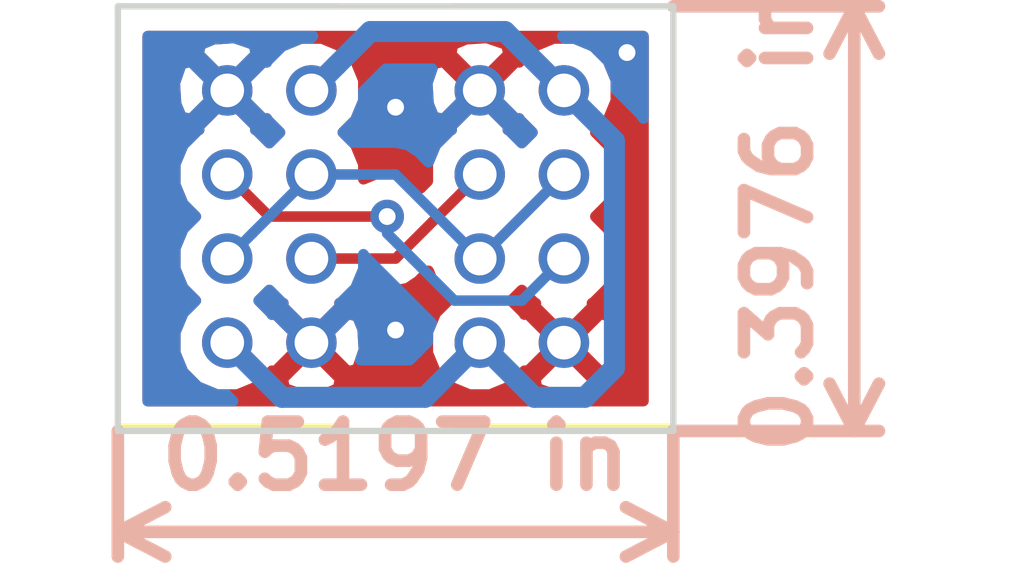
<source format=kicad_pcb>
(kicad_pcb (version 20171130) (host pcbnew "(5.0.1-3-g963ef8bb5)")

  (general
    (thickness 1.6)
    (drawings 6)
    (tracks 30)
    (zones 0)
    (modules 2)
    (nets 6)
  )

  (page A4)
  (layers
    (0 F.Cu signal)
    (31 B.Cu signal)
    (32 B.Adhes user)
    (33 F.Adhes user)
    (34 B.Paste user)
    (35 F.Paste user)
    (36 B.SilkS user)
    (37 F.SilkS user)
    (38 B.Mask user)
    (39 F.Mask user)
    (40 Dwgs.User user)
    (41 Cmts.User user)
    (42 Eco1.User user)
    (43 Eco2.User user)
    (44 Edge.Cuts user)
    (45 Margin user)
    (46 B.CrtYd user)
    (47 F.CrtYd user)
    (48 B.Fab user)
    (49 F.Fab user)
  )

  (setup
    (last_trace_width 0.25)
    (trace_clearance 0.2)
    (zone_clearance 0.508)
    (zone_45_only no)
    (trace_min 0.2)
    (segment_width 0.2)
    (edge_width 0.15)
    (via_size 0.8)
    (via_drill 0.4)
    (via_min_size 0.4)
    (via_min_drill 0.3)
    (uvia_size 0.3)
    (uvia_drill 0.1)
    (uvias_allowed no)
    (uvia_min_size 0.2)
    (uvia_min_drill 0.1)
    (pcb_text_width 0.3)
    (pcb_text_size 1.5 1.5)
    (mod_edge_width 0.15)
    (mod_text_size 1 1)
    (mod_text_width 0.15)
    (pad_size 1.524 1.524)
    (pad_drill 0.762)
    (pad_to_mask_clearance 0.2)
    (solder_mask_min_width 0.25)
    (aux_axis_origin 0 0)
    (visible_elements 7FFFFF7F)
    (pcbplotparams
      (layerselection 0x00030_ffffffff)
      (usegerberextensions false)
      (usegerberattributes false)
      (usegerberadvancedattributes false)
      (creategerberjobfile false)
      (excludeedgelayer true)
      (linewidth 0.100000)
      (plotframeref false)
      (viasonmask false)
      (mode 1)
      (useauxorigin false)
      (hpglpennumber 1)
      (hpglpenspeed 20)
      (hpglpendiameter 15.000000)
      (psnegative false)
      (psa4output false)
      (plotreference true)
      (plotvalue true)
      (plotinvisibletext false)
      (padsonsilk false)
      (subtractmaskfromsilk false)
      (outputformat 1)
      (mirror false)
      (drillshape 1)
      (scaleselection 1)
      (outputdirectory ""))
  )

  (net 0 "")
  (net 1 "Net-(J1-Pad4)")
  (net 2 "Net-(J1-Pad5)")
  (net 3 /PS)
  (net 4 /GND)
  (net 5 /PTP)

  (net_class Default "Ceci est la Netclass par défaut."
    (clearance 0.2)
    (trace_width 0.25)
    (via_dia 0.8)
    (via_drill 0.4)
    (uvia_dia 0.3)
    (uvia_drill 0.1)
    (add_net /GND)
    (add_net /PTP)
    (add_net "Net-(J1-Pad4)")
    (add_net "Net-(J1-Pad5)")
  )

  (net_class Power ""
    (clearance 0.2)
    (trace_width 0.5)
    (via_dia 0.8)
    (via_drill 0.4)
    (uvia_dia 0.3)
    (uvia_drill 0.1)
    (add_net /PS)
  )

  (module "Common_Footprint:DF11-8DP-2DS(24)" (layer F.Cu) (tedit 5C6D4111) (tstamp 5E8BB45A)
    (at 105 48 270)
    (path /5A58AF62)
    (fp_text reference J2 (at 0.0966 -2.4916 270) (layer F.Fab)
      (effects (font (size 1 1) (thickness 0.15)))
    )
    (fp_text value "DF11-8DP-2DS(24)" (at 0 3 270) (layer F.Fab) hide
      (effects (font (size 1 1) (thickness 0.15)))
    )
    (fp_line (start -4.826 1.524) (end 4.826 1.524) (layer F.Fab) (width 0.1))
    (fp_line (start -4.826 -6.35) (end -4.826 1.524) (layer F.Fab) (width 0.1))
    (fp_line (start 4.826 -6.35) (end -4.826 -6.35) (layer F.Fab) (width 0.1))
    (fp_line (start 4.826 1.524) (end 4.826 -6.35) (layer F.Fab) (width 0.1))
    (fp_line (start 5 -3.55) (end 5 1.6) (layer F.SilkS) (width 0.15))
    (fp_line (start -5 1.6) (end -5 -3.55) (layer F.SilkS) (width 0.15))
    (pad 8 thru_hole circle (at -3 -1 270) (size 1.2 1.2) (drill 0.8) (layers *.Cu *.Mask)
      (net 3 /PS))
    (pad 7 thru_hole circle (at -3 1 270) (size 1.2 1.2) (drill 0.8) (layers *.Cu *.Mask)
      (net 4 /GND))
    (pad 6 thru_hole circle (at -1 -1 270) (size 1.2 1.2) (drill 0.8) (layers *.Cu *.Mask)
      (net 5 /PTP))
    (pad 5 thru_hole circle (at -1 1 270) (size 1.2 1.2) (drill 0.8) (layers *.Cu *.Mask)
      (net 2 "Net-(J1-Pad5)"))
    (pad 4 thru_hole circle (at 1 -1 270) (size 1.2 1.2) (drill 0.8) (layers *.Cu *.Mask)
      (net 1 "Net-(J1-Pad4)"))
    (pad 3 thru_hole circle (at 1 1 270) (size 1.2 1.2) (drill 0.8) (layers *.Cu *.Mask)
      (net 5 /PTP))
    (pad 2 thru_hole circle (at 3 -1 270) (size 1.2 1.2) (drill 0.8) (layers *.Cu *.Mask)
      (net 4 /GND))
    (pad 1 thru_hole circle (at 3 1 270) (size 1.2 1.2) (drill 0.8) (layers *.Cu *.Mask)
      (net 3 /PS))
    (model ${KISYS3DMOD}/DF11-8DP-2DS.step
      (offset (xyz 0 3.7 0))
      (scale (xyz 1 1 1))
      (rotate (xyz 0 0 0))
    )
  )

  (module "Common_Footprint:DF11-8DP-2DS(24)" (layer F.Cu) (tedit 5C6D4111) (tstamp 5E8BB449)
    (at 99 48 90)
    (path /5A58AEFF)
    (fp_text reference J1 (at 0.0966 -2.4916 90) (layer F.Fab)
      (effects (font (size 1 1) (thickness 0.15)))
    )
    (fp_text value "DF11-8DP-2DS(24)" (at 0 3 90) (layer F.Fab) hide
      (effects (font (size 1 1) (thickness 0.15)))
    )
    (fp_line (start -5 1.6) (end -5 -3.55) (layer F.SilkS) (width 0.15))
    (fp_line (start 5 -3.55) (end 5 1.6) (layer F.SilkS) (width 0.15))
    (fp_line (start 4.826 1.524) (end 4.826 -6.35) (layer F.Fab) (width 0.1))
    (fp_line (start 4.826 -6.35) (end -4.826 -6.35) (layer F.Fab) (width 0.1))
    (fp_line (start -4.826 -6.35) (end -4.826 1.524) (layer F.Fab) (width 0.1))
    (fp_line (start -4.826 1.524) (end 4.826 1.524) (layer F.Fab) (width 0.1))
    (pad 1 thru_hole circle (at 3 1 90) (size 1.2 1.2) (drill 0.8) (layers *.Cu *.Mask)
      (net 3 /PS))
    (pad 2 thru_hole circle (at 3 -1 90) (size 1.2 1.2) (drill 0.8) (layers *.Cu *.Mask)
      (net 4 /GND))
    (pad 3 thru_hole circle (at 1 1 90) (size 1.2 1.2) (drill 0.8) (layers *.Cu *.Mask)
      (net 5 /PTP))
    (pad 4 thru_hole circle (at 1 -1 90) (size 1.2 1.2) (drill 0.8) (layers *.Cu *.Mask)
      (net 1 "Net-(J1-Pad4)"))
    (pad 5 thru_hole circle (at -1 1 90) (size 1.2 1.2) (drill 0.8) (layers *.Cu *.Mask)
      (net 2 "Net-(J1-Pad5)"))
    (pad 6 thru_hole circle (at -1 -1 90) (size 1.2 1.2) (drill 0.8) (layers *.Cu *.Mask)
      (net 5 /PTP))
    (pad 7 thru_hole circle (at -3 1 90) (size 1.2 1.2) (drill 0.8) (layers *.Cu *.Mask)
      (net 4 /GND))
    (pad 8 thru_hole circle (at -3 -1 90) (size 1.2 1.2) (drill 0.8) (layers *.Cu *.Mask)
      (net 3 /PS))
    (model ${KISYS3DMOD}/DF11-8DP-2DS.step
      (offset (xyz 0 3.7 0))
      (scale (xyz 1 1 1))
      (rotate (xyz 0 0 0))
    )
  )

  (dimension 10.1 (width 0.3) (layer B.SilkS)
    (gr_text "10,100 mm" (at 114.25 48.05 270) (layer B.SilkS)
      (effects (font (size 1.5 1.5) (thickness 0.3)))
    )
    (feature1 (pts (xy 108.6 53.1) (xy 115.6 53.1)))
    (feature2 (pts (xy 108.6 43) (xy 115.6 43)))
    (crossbar (pts (xy 112.9 43) (xy 112.9 53.1)))
    (arrow1a (pts (xy 112.9 53.1) (xy 112.313579 51.973496)))
    (arrow1b (pts (xy 112.9 53.1) (xy 113.486421 51.973496)))
    (arrow2a (pts (xy 112.9 43) (xy 112.313579 44.126504)))
    (arrow2b (pts (xy 112.9 43) (xy 113.486421 44.126504)))
  )
  (dimension 13.2 (width 0.3) (layer B.SilkS)
    (gr_text "13,200 mm" (at 102 56.85) (layer B.SilkS)
      (effects (font (size 1.5 1.5) (thickness 0.3)))
    )
    (feature1 (pts (xy 108.6 53.1) (xy 108.6 58.2)))
    (feature2 (pts (xy 95.4 53.1) (xy 95.4 58.2)))
    (crossbar (pts (xy 95.4 55.5) (xy 108.6 55.5)))
    (arrow1a (pts (xy 108.6 55.5) (xy 107.473496 56.086421)))
    (arrow1b (pts (xy 108.6 55.5) (xy 107.473496 54.913579)))
    (arrow2a (pts (xy 95.4 55.5) (xy 96.526504 56.086421)))
    (arrow2b (pts (xy 95.4 55.5) (xy 96.526504 54.913579)))
  )
  (gr_line (start 95.4 53.1) (end 95.4 43) (layer Edge.Cuts) (width 0.15))
  (gr_line (start 108.6 53.1) (end 95.4 53.1) (layer Edge.Cuts) (width 0.15))
  (gr_line (start 108.6 43) (end 108.6 53.1) (layer Edge.Cuts) (width 0.15))
  (gr_line (start 95.4 43) (end 108.6 43) (layer Edge.Cuts) (width 0.15))

  (segment (start 106 49) (end 105 50) (width 0.25) (layer B.Cu) (net 1))
  (segment (start 105 50) (end 103.4 50) (width 0.25) (layer B.Cu) (net 1))
  (segment (start 103.4 50) (end 101.8 48.4) (width 0.25) (layer B.Cu) (net 1))
  (segment (start 101.8 48.4) (end 101.8 48) (width 0.25) (layer B.Cu) (net 1))
  (segment (start 101.8 48) (end 99 48) (width 0.25) (layer F.Cu) (net 1))
  (segment (start 99 48) (end 98 47) (width 0.25) (layer F.Cu) (net 1))
  (via (at 101.8 48) (size 0.8) (drill 0.4) (layers F.Cu B.Cu) (net 1))
  (segment (start 104 47) (end 102 49) (width 0.25) (layer F.Cu) (net 2))
  (segment (start 102 49) (end 100 49) (width 0.25) (layer F.Cu) (net 2))
  (segment (start 106 45) (end 104.6 43.6) (width 0.5) (layer B.Cu) (net 3))
  (segment (start 104.6 43.6) (end 101.4 43.6) (width 0.5) (layer B.Cu) (net 3))
  (segment (start 101.4 43.6) (end 100.599999 44.400001) (width 0.5) (layer B.Cu) (net 3))
  (segment (start 100.599999 44.400001) (end 100 45) (width 0.5) (layer B.Cu) (net 3))
  (segment (start 104 51) (end 105.3 52.3) (width 0.5) (layer B.Cu) (net 3))
  (segment (start 105.3 52.3) (end 106.5 52.3) (width 0.5) (layer B.Cu) (net 3))
  (segment (start 106.5 52.3) (end 107.2 51.6) (width 0.5) (layer B.Cu) (net 3))
  (segment (start 107.2 51.6) (end 107.2 46.2) (width 0.5) (layer B.Cu) (net 3))
  (segment (start 107.2 46.2) (end 106.599999 45.599999) (width 0.5) (layer B.Cu) (net 3))
  (segment (start 106.599999 45.599999) (end 106 45) (width 0.5) (layer B.Cu) (net 3))
  (segment (start 98 51) (end 99.3 52.3) (width 0.5) (layer B.Cu) (net 3))
  (segment (start 99.3 52.3) (end 102.7 52.3) (width 0.5) (layer B.Cu) (net 3))
  (segment (start 102.7 52.3) (end 104 51) (width 0.5) (layer B.Cu) (net 3))
  (via (at 107.5 44.1) (size 0.8) (drill 0.4) (layers F.Cu B.Cu) (net 4))
  (via (at 102 50.7) (size 0.8) (drill 0.4) (layers F.Cu B.Cu) (net 4))
  (via (at 102 45.4) (size 0.8) (drill 0.4) (layers F.Cu B.Cu) (net 4))
  (segment (start 104 49) (end 102 47) (width 0.25) (layer B.Cu) (net 5))
  (segment (start 102 47) (end 100 47) (width 0.25) (layer B.Cu) (net 5))
  (segment (start 106 47) (end 104 49) (width 0.25) (layer B.Cu) (net 5))
  (segment (start 98 49) (end 98.599999 48.400001) (width 0.25) (layer B.Cu) (net 5))
  (segment (start 98.599999 48.400001) (end 100 47) (width 0.25) (layer B.Cu) (net 5))

  (zone (net 4) (net_name /GND) (layer F.Cu) (tstamp 0) (hatch edge 0.508)
    (connect_pads (clearance 0.508))
    (min_thickness 0.254)
    (fill yes (arc_segments 16) (thermal_gap 0.508) (thermal_bridge_width 0.508))
    (polygon
      (pts
        (xy 95.4 43) (xy 108.6 43) (xy 108.6 53.1) (xy 95.4 53.1)
      )
    )
    (filled_polygon
      (pts
        (xy 107.89 52.39) (xy 96.11 52.39) (xy 96.11 47.244579) (xy 96.764786 47.244579) (xy 96.952408 47.698657)
        (xy 97.253446 48.000221) (xy 96.953629 48.299515) (xy 96.765215 48.753266) (xy 96.764786 49.244579) (xy 96.952408 49.698657)
        (xy 97.253446 50.000221) (xy 96.953629 50.299515) (xy 96.765215 50.753266) (xy 96.764786 51.244579) (xy 96.952408 51.698657)
        (xy 97.299515 52.046371) (xy 97.753266 52.234785) (xy 98.244579 52.235214) (xy 98.698657 52.047592) (xy 98.883837 51.862735)
        (xy 99.31687 51.862735) (xy 99.366383 52.088164) (xy 99.831036 52.247807) (xy 100.321413 52.217482) (xy 100.633617 52.088164)
        (xy 100.68313 51.862735) (xy 100 51.179605) (xy 99.31687 51.862735) (xy 98.883837 51.862735) (xy 99.046371 51.700485)
        (xy 99.060572 51.666285) (xy 99.137265 51.68313) (xy 99.820395 51) (xy 100.179605 51) (xy 100.862735 51.68313)
        (xy 101.088164 51.633617) (xy 101.247807 51.168964) (xy 101.217482 50.678587) (xy 101.088164 50.366383) (xy 100.862735 50.31687)
        (xy 100.179605 51) (xy 99.820395 51) (xy 99.137265 50.31687) (xy 99.060935 50.333635) (xy 99.047592 50.301343)
        (xy 98.746554 49.999779) (xy 99.000221 49.746554) (xy 99.299515 50.046371) (xy 99.333715 50.060572) (xy 99.31687 50.137265)
        (xy 100 50.820395) (xy 100.68313 50.137265) (xy 100.666365 50.060935) (xy 100.698657 50.047592) (xy 100.986752 49.76)
        (xy 102 49.76) (xy 102.290839 49.702148) (xy 102.537401 49.537401) (xy 102.783919 49.290883) (xy 102.952408 49.698657)
        (xy 103.253446 50.000221) (xy 102.953629 50.299515) (xy 102.765215 50.753266) (xy 102.764786 51.244579) (xy 102.952408 51.698657)
        (xy 103.299515 52.046371) (xy 103.753266 52.234785) (xy 104.244579 52.235214) (xy 104.698657 52.047592) (xy 104.883837 51.862735)
        (xy 105.31687 51.862735) (xy 105.366383 52.088164) (xy 105.831036 52.247807) (xy 106.321413 52.217482) (xy 106.633617 52.088164)
        (xy 106.68313 51.862735) (xy 106 51.179605) (xy 105.31687 51.862735) (xy 104.883837 51.862735) (xy 105.046371 51.700485)
        (xy 105.060572 51.666285) (xy 105.137265 51.68313) (xy 105.820395 51) (xy 106.179605 51) (xy 106.862735 51.68313)
        (xy 107.088164 51.633617) (xy 107.247807 51.168964) (xy 107.217482 50.678587) (xy 107.088164 50.366383) (xy 106.862735 50.31687)
        (xy 106.179605 51) (xy 105.820395 51) (xy 105.137265 50.31687) (xy 105.060935 50.333635) (xy 105.047592 50.301343)
        (xy 104.746554 49.999779) (xy 105.000221 49.746554) (xy 105.299515 50.046371) (xy 105.333715 50.060572) (xy 105.31687 50.137265)
        (xy 106 50.820395) (xy 106.68313 50.137265) (xy 106.666365 50.060935) (xy 106.698657 50.047592) (xy 107.046371 49.700485)
        (xy 107.234785 49.246734) (xy 107.235214 48.755421) (xy 107.047592 48.301343) (xy 106.746554 47.999779) (xy 107.046371 47.700485)
        (xy 107.234785 47.246734) (xy 107.235214 46.755421) (xy 107.047592 46.301343) (xy 106.746554 45.999779) (xy 107.046371 45.700485)
        (xy 107.234785 45.246734) (xy 107.235214 44.755421) (xy 107.047592 44.301343) (xy 106.700485 43.953629) (xy 106.246734 43.765215)
        (xy 105.755421 43.764786) (xy 105.301343 43.952408) (xy 104.953629 44.299515) (xy 104.939428 44.333715) (xy 104.862735 44.31687)
        (xy 104.179605 45) (xy 104.862735 45.68313) (xy 104.939065 45.666365) (xy 104.952408 45.698657) (xy 105.253446 46.000221)
        (xy 104.999779 46.253446) (xy 104.700485 45.953629) (xy 104.666285 45.939428) (xy 104.68313 45.862735) (xy 104 45.179605)
        (xy 103.31687 45.862735) (xy 103.333635 45.939065) (xy 103.301343 45.952408) (xy 102.953629 46.299515) (xy 102.765215 46.753266)
        (xy 102.76486 47.160338) (xy 102.5944 47.330798) (xy 102.387046 47.123081) (xy 102.006777 46.96518) (xy 101.595029 46.964821)
        (xy 101.234901 47.113622) (xy 101.235214 46.755421) (xy 101.047592 46.301343) (xy 100.746554 45.999779) (xy 101.046371 45.700485)
        (xy 101.234785 45.246734) (xy 101.235147 44.831036) (xy 102.752193 44.831036) (xy 102.782518 45.321413) (xy 102.911836 45.633617)
        (xy 103.137265 45.68313) (xy 103.820395 45) (xy 103.137265 44.31687) (xy 102.911836 44.366383) (xy 102.752193 44.831036)
        (xy 101.235147 44.831036) (xy 101.235214 44.755421) (xy 101.047592 44.301343) (xy 100.883801 44.137265) (xy 103.31687 44.137265)
        (xy 104 44.820395) (xy 104.68313 44.137265) (xy 104.633617 43.911836) (xy 104.168964 43.752193) (xy 103.678587 43.782518)
        (xy 103.366383 43.911836) (xy 103.31687 44.137265) (xy 100.883801 44.137265) (xy 100.700485 43.953629) (xy 100.246734 43.765215)
        (xy 99.755421 43.764786) (xy 99.301343 43.952408) (xy 98.953629 44.299515) (xy 98.939428 44.333715) (xy 98.862735 44.31687)
        (xy 98.179605 45) (xy 98.862735 45.68313) (xy 98.939065 45.666365) (xy 98.952408 45.698657) (xy 99.253446 46.000221)
        (xy 98.999779 46.253446) (xy 98.700485 45.953629) (xy 98.666285 45.939428) (xy 98.68313 45.862735) (xy 98 45.179605)
        (xy 97.31687 45.862735) (xy 97.333635 45.939065) (xy 97.301343 45.952408) (xy 96.953629 46.299515) (xy 96.765215 46.753266)
        (xy 96.764786 47.244579) (xy 96.11 47.244579) (xy 96.11 44.831036) (xy 96.752193 44.831036) (xy 96.782518 45.321413)
        (xy 96.911836 45.633617) (xy 97.137265 45.68313) (xy 97.820395 45) (xy 97.137265 44.31687) (xy 96.911836 44.366383)
        (xy 96.752193 44.831036) (xy 96.11 44.831036) (xy 96.11 44.137265) (xy 97.31687 44.137265) (xy 98 44.820395)
        (xy 98.68313 44.137265) (xy 98.633617 43.911836) (xy 98.168964 43.752193) (xy 97.678587 43.782518) (xy 97.366383 43.911836)
        (xy 97.31687 44.137265) (xy 96.11 44.137265) (xy 96.11 43.71) (xy 107.89 43.71)
      )
    )
  )
  (zone (net 4) (net_name /GND) (layer B.Cu) (tstamp 0) (hatch edge 0.508)
    (connect_pads (clearance 0.508))
    (min_thickness 0.254)
    (fill yes (arc_segments 16) (thermal_gap 0.508) (thermal_bridge_width 0.508))
    (polygon
      (pts
        (xy 95.4 43) (xy 108.6 43) (xy 108.6 53.1) (xy 95.4 53.1)
      )
    )
    (filled_polygon
      (pts
        (xy 99.983435 43.764985) (xy 99.755421 43.764786) (xy 99.301343 43.952408) (xy 98.953629 44.299515) (xy 98.939428 44.333715)
        (xy 98.862735 44.31687) (xy 98.179605 45) (xy 98.862735 45.68313) (xy 98.939065 45.666365) (xy 98.952408 45.698657)
        (xy 99.253446 46.000221) (xy 98.999779 46.253446) (xy 98.700485 45.953629) (xy 98.666285 45.939428) (xy 98.68313 45.862735)
        (xy 98 45.179605) (xy 97.31687 45.862735) (xy 97.333635 45.939065) (xy 97.301343 45.952408) (xy 96.953629 46.299515)
        (xy 96.765215 46.753266) (xy 96.764786 47.244579) (xy 96.952408 47.698657) (xy 97.253446 48.000221) (xy 96.953629 48.299515)
        (xy 96.765215 48.753266) (xy 96.764786 49.244579) (xy 96.952408 49.698657) (xy 97.253446 50.000221) (xy 96.953629 50.299515)
        (xy 96.765215 50.753266) (xy 96.764786 51.244579) (xy 96.952408 51.698657) (xy 97.299515 52.046371) (xy 97.753266 52.234785)
        (xy 97.983406 52.234986) (xy 98.138421 52.39) (xy 96.11 52.39) (xy 96.11 44.831036) (xy 96.752193 44.831036)
        (xy 96.782518 45.321413) (xy 96.911836 45.633617) (xy 97.137265 45.68313) (xy 97.820395 45) (xy 97.137265 44.31687)
        (xy 96.911836 44.366383) (xy 96.752193 44.831036) (xy 96.11 44.831036) (xy 96.11 44.137265) (xy 97.31687 44.137265)
        (xy 98 44.820395) (xy 98.68313 44.137265) (xy 98.633617 43.911836) (xy 98.168964 43.752193) (xy 97.678587 43.782518)
        (xy 97.366383 43.911836) (xy 97.31687 44.137265) (xy 96.11 44.137265) (xy 96.11 43.71) (xy 100.03842 43.71)
      )
    )
    (filled_polygon
      (pts
        (xy 101.262599 48.937401) (xy 102.857124 50.531926) (xy 102.765215 50.753266) (xy 102.765014 50.983406) (xy 102.33342 51.415)
        (xy 101.163275 51.415) (xy 101.247807 51.168964) (xy 101.217482 50.678587) (xy 101.088164 50.366383) (xy 100.862735 50.31687)
        (xy 100.179605 51) (xy 100.193748 51.014143) (xy 100.014143 51.193748) (xy 100 51.179605) (xy 99.985858 51.193748)
        (xy 99.806253 51.014143) (xy 99.820395 51) (xy 99.137265 50.31687) (xy 99.060935 50.333635) (xy 99.047592 50.301343)
        (xy 98.746554 49.999779) (xy 99.000221 49.746554) (xy 99.299515 50.046371) (xy 99.333715 50.060572) (xy 99.31687 50.137265)
        (xy 100 50.820395) (xy 100.68313 50.137265) (xy 100.666365 50.060935) (xy 100.698657 50.047592) (xy 101.046371 49.700485)
        (xy 101.234785 49.246734) (xy 101.235091 48.896232)
      )
    )
    (filled_polygon
      (pts
        (xy 106.193748 50.985858) (xy 106.179605 51) (xy 106.193748 51.014143) (xy 106.014143 51.193748) (xy 106 51.179605)
        (xy 105.985858 51.193748) (xy 105.806253 51.014143) (xy 105.820395 51) (xy 105.806253 50.985858) (xy 105.985858 50.806253)
        (xy 106 50.820395) (xy 106.014143 50.806253)
      )
    )
    (filled_polygon
      (pts
        (xy 102.752193 44.831036) (xy 102.782518 45.321413) (xy 102.911836 45.633617) (xy 103.137265 45.68313) (xy 103.820395 45)
        (xy 103.806253 44.985858) (xy 103.985858 44.806253) (xy 104 44.820395) (xy 104.014143 44.806253) (xy 104.193748 44.985858)
        (xy 104.179605 45) (xy 104.862735 45.68313) (xy 104.939065 45.666365) (xy 104.952408 45.698657) (xy 105.253446 46.000221)
        (xy 104.999779 46.253446) (xy 104.700485 45.953629) (xy 104.666285 45.939428) (xy 104.68313 45.862735) (xy 104 45.179605)
        (xy 103.31687 45.862735) (xy 103.333635 45.939065) (xy 103.301343 45.952408) (xy 102.953629 46.299515) (xy 102.783656 46.708854)
        (xy 102.537401 46.462599) (xy 102.290839 46.297852) (xy 102 46.24) (xy 100.986356 46.24) (xy 100.746554 45.999779)
        (xy 101.046371 45.700485) (xy 101.234785 45.246734) (xy 101.234986 45.016594) (xy 101.766579 44.485) (xy 102.871082 44.485)
      )
    )
    (filled_polygon
      (pts
        (xy 107.89 45.670308) (xy 107.82579 45.57421) (xy 107.825787 45.574208) (xy 107.235015 44.983435) (xy 107.235214 44.755421)
        (xy 107.047592 44.301343) (xy 106.700485 43.953629) (xy 106.246734 43.765215) (xy 106.016593 43.765014) (xy 105.961579 43.71)
        (xy 107.89 43.71)
      )
    )
  )
)

</source>
